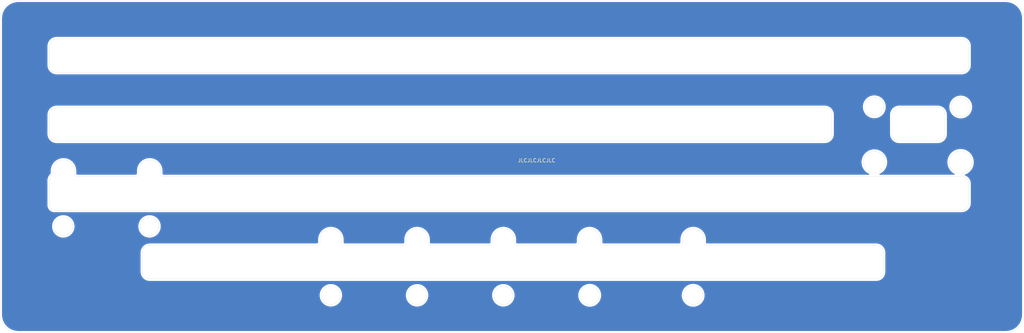
<source format=kicad_pcb>
(kicad_pcb (version 20171130) (host pcbnew "(5.1.4-0-10_14)")

  (general
    (thickness 1.6)
    (drawings 106)
    (tracks 0)
    (zones 0)
    (modules 0)
    (nets 1)
  )

  (page A4)
  (layers
    (0 F.Cu signal)
    (31 B.Cu signal)
    (32 B.Adhes user)
    (33 F.Adhes user)
    (34 B.Paste user)
    (35 F.Paste user)
    (36 B.SilkS user)
    (37 F.SilkS user)
    (38 B.Mask user)
    (39 F.Mask user)
    (40 Dwgs.User user)
    (41 Cmts.User user)
    (42 Eco1.User user)
    (43 Eco2.User user)
    (44 Edge.Cuts user)
    (45 Margin user)
    (46 B.CrtYd user)
    (47 F.CrtYd user)
    (48 B.Fab user)
    (49 F.Fab user)
  )

  (setup
    (last_trace_width 0.254)
    (trace_clearance 0.2)
    (zone_clearance 0.508)
    (zone_45_only no)
    (trace_min 0.2)
    (via_size 0.8)
    (via_drill 0.4)
    (via_min_size 0.4)
    (via_min_drill 0.3)
    (uvia_size 0.3)
    (uvia_drill 0.1)
    (uvias_allowed no)
    (uvia_min_size 0.2)
    (uvia_min_drill 0.1)
    (edge_width 0.05)
    (segment_width 0.2)
    (pcb_text_width 0.3)
    (pcb_text_size 1.5 1.5)
    (mod_edge_width 0.12)
    (mod_text_size 1 1)
    (mod_text_width 0.15)
    (pad_size 1.524 1.524)
    (pad_drill 0.762)
    (pad_to_mask_clearance 0.051)
    (solder_mask_min_width 0.25)
    (aux_axis_origin 12 12)
    (grid_origin 12 12)
    (visible_elements FFFFFF7F)
    (pcbplotparams
      (layerselection 0x010fc_ffffffff)
      (usegerberextensions true)
      (usegerberattributes false)
      (usegerberadvancedattributes false)
      (creategerberjobfile false)
      (excludeedgelayer true)
      (linewidth 0.100000)
      (plotframeref false)
      (viasonmask false)
      (mode 1)
      (useauxorigin false)
      (hpglpennumber 1)
      (hpglpenspeed 20)
      (hpglpendiameter 15.000000)
      (psnegative false)
      (psa4output false)
      (plotreference true)
      (plotvalue true)
      (plotinvisibletext false)
      (padsonsilk false)
      (subtractmaskfromsilk true)
      (outputformat 1)
      (mirror false)
      (drillshape 0)
      (scaleselection 1)
      (outputdirectory "gerbers-bp/"))
  )

  (net 0 "")

  (net_class Default "これはデフォルトのネット クラスです。"
    (clearance 0.2)
    (trace_width 0.254)
    (via_dia 0.8)
    (via_drill 0.4)
    (uvia_dia 0.3)
    (uvia_drill 0.1)
  )

  (net_class 3v ""
    (clearance 0.2)
    (trace_width 0.3048)
    (via_dia 0.8)
    (via_drill 0.4)
    (uvia_dia 0.3)
    (uvia_drill 0.1)
  )

  (net_class Power ""
    (clearance 0.2)
    (trace_width 0.381)
    (via_dia 0.8)
    (via_drill 0.4)
    (uvia_dia 0.3)
    (uvia_drill 0.1)
  )

  (gr_text JLCJLCJLCJLC (at 160.082 56.323) (layer F.SilkS)
    (effects (font (size 1 1) (thickness 0.15)))
  )
  (gr_line (start 239.6 41.7) (end 27.6 41.7) (layer Edge.Cuts) (width 0.05))
  (gr_line (start 241.6 43.7) (end 241.6 49) (layer Edge.Cuts) (width 0.05) (tstamp 5EBF99F8))
  (gr_arc (start 239.6 49) (end 239.6 51) (angle -90) (layer Edge.Cuts) (width 0.05) (tstamp 5EBF99F7))
  (gr_arc (start 239.6 43.7) (end 241.6 43.7) (angle -90) (layer Edge.Cuts) (width 0.05) (tstamp 5EBF99F6))
  (gr_circle (center 253.287765 41.5) (end 255.898086 41.7) (layer Edge.Cuts) (width 0.05) (tstamp 5EBF99EB))
  (gr_line (start 258.15 49) (end 258.15 43.7) (layer Edge.Cuts) (width 0.05) (tstamp 5EBF99E2))
  (gr_arc (start 260.15 49) (end 258.15 49) (angle -90) (layer Edge.Cuts) (width 0.05) (tstamp 5EBF99E1))
  (gr_arc (start 260.15 43.7) (end 260.15 41.7) (angle -90) (layer Edge.Cuts) (width 0.05) (tstamp 5EBF99E0))
  (gr_circle (center 277.137765 41.55) (end 279.748086 41.65) (layer Edge.Cuts) (width 0.05) (tstamp 5EBF9356))
  (gr_arc (start 270.8 43.7) (end 272.8 43.7) (angle -90) (layer Edge.Cuts) (width 0.05) (tstamp 5EBF9349))
  (gr_arc (start 270.8 49) (end 270.8 51) (angle -90) (layer Edge.Cuts) (width 0.05) (tstamp 5EBF9348))
  (gr_line (start 272.8 43.7) (end 272.8 49) (layer Edge.Cuts) (width 0.05) (tstamp 5EBF9347))
  (gr_line (start 260.15 51) (end 270.8 51) (layer Edge.Cuts) (width 0.05) (tstamp 5EBF8977))
  (gr_line (start 279.4 24.7) (end 279.4 30) (layer Edge.Cuts) (width 0.05) (tstamp 5EBF82A6))
  (gr_arc (start 277.4 30) (end 277.4 32) (angle -90) (layer Edge.Cuts) (width 0.05) (tstamp 5EBF82A5))
  (gr_arc (start 277.4 24.7) (end 279.4 24.7) (angle -90) (layer Edge.Cuts) (width 0.05) (tstamp 5EBF82A4))
  (gr_arc (start 277.4 62.8) (end 279.4 62.8) (angle -90) (layer Edge.Cuts) (width 0.05) (tstamp 5EBF829A))
  (gr_arc (start 277.4 68.1) (end 277.4 70.1) (angle -90) (layer Edge.Cuts) (width 0.05) (tstamp 5EBF8299))
  (gr_line (start 279.4 62.8) (end 279.4 68.1) (layer Edge.Cuts) (width 0.05) (tstamp 5EBF8298))
  (gr_arc (start 253.8 81.8) (end 255.8 81.8) (angle -90) (layer Edge.Cuts) (width 0.05) (tstamp 5EBF826D))
  (gr_arc (start 253.8 87.1) (end 253.8 89.1) (angle -90) (layer Edge.Cuts) (width 0.05) (tstamp 5EBF826C))
  (gr_line (start 255.8 81.8) (end 255.8 87.1) (layer Edge.Cuts) (width 0.05) (tstamp 5EBF826B))
  (gr_arc (start 27 68.7) (end 25.6 68.7) (angle -90) (layer Edge.Cuts) (width 0.05))
  (gr_line (start 51.3 87.1) (end 51.3 81.8) (layer Edge.Cuts) (width 0.05) (tstamp 5EBF8256))
  (gr_arc (start 53.3 87.1) (end 51.3 87.1) (angle -90) (layer Edge.Cuts) (width 0.05) (tstamp 5EBF8255))
  (gr_arc (start 53.3 81.8) (end 53.3 79.8) (angle -90) (layer Edge.Cuts) (width 0.05) (tstamp 5EBF8254))
  (gr_arc (start 27.6 43.7) (end 27.6 41.7) (angle -90) (layer Edge.Cuts) (width 0.05) (tstamp 5EBF823F))
  (gr_arc (start 27.6 49) (end 25.6 49) (angle -90) (layer Edge.Cuts) (width 0.05) (tstamp 5EBF823E))
  (gr_line (start 25.6 49) (end 25.6 43.7) (layer Edge.Cuts) (width 0.05) (tstamp 5EBF823D))
  (gr_arc (start 27.6 30) (end 25.6 30) (angle -90) (layer Edge.Cuts) (width 0.05))
  (gr_arc (start 27.6 24.7) (end 27.6 22.7) (angle -90) (layer Edge.Cuts) (width 0.05))
  (gr_line (start 207.1 79.8) (end 253.8 79.8) (layer Edge.Cuts) (width 0.05) (tstamp 5EBF7EF1))
  (gr_line (start 178.5 79.8) (end 199.4 79.8) (layer Edge.Cuts) (width 0.05) (tstamp 5EBF7EF0))
  (gr_line (start 154.7 79.8) (end 170.8 79.8) (layer Edge.Cuts) (width 0.05) (tstamp 5EBF7EEF))
  (gr_line (start 130.9 79.8) (end 147 79.8) (layer Edge.Cuts) (width 0.05) (tstamp 5EBF7EEE))
  (gr_line (start 107.1 79.8) (end 123.2 79.8) (layer Edge.Cuts) (width 0.05) (tstamp 5EBF7EED))
  (gr_line (start 53.3 79.8) (end 99.4 79.8) (layer Edge.Cuts) (width 0.05) (tstamp 5EBF7EEC))
  (gr_circle (center 203.287765 93.6) (end 205.898086 93.7) (layer Edge.Cuts) (width 0.05) (tstamp 5EBF7EDA))
  (gr_circle (center 174.737765 93.6) (end 177.348086 93.7) (layer Edge.Cuts) (width 0.05) (tstamp 5EBF7ECC))
  (gr_circle (center 150.889679 93.6) (end 153.442177 93.8) (layer Edge.Cuts) (width 0.05) (tstamp 5EBF7EC5))
  (gr_circle (center 127.089679 93.6) (end 129.642177 93.8) (layer Edge.Cuts) (width 0.05) (tstamp 5EBF7EB8))
  (gr_circle (center 103.297013 93.6) (end 105.849511 93.8) (layer Edge.Cuts) (width 0.05) (tstamp 5EBF7EB3))
  (gr_circle (center 53.245544 74.55) (end 55.798042 74.45) (layer Edge.Cuts) (width 0.05) (tstamp 5EBF7EB1))
  (gr_line (start 260.15 41.7) (end 270.8 41.7) (layer Edge.Cuts) (width 0.05) (tstamp 5EBF7EAD))
  (gr_circle (center 29.447502 74.55) (end 32 74.45) (layer Edge.Cuts) (width 0.05))
  (gr_line (start 25.7 61.3) (end 25.6 61.6) (layer Edge.Cuts) (width 0.05))
  (gr_line (start 25.8 61) (end 25.7 61.3) (layer Edge.Cuts) (width 0.05))
  (gr_line (start 25.9 60.8) (end 25.8 61) (layer Edge.Cuts) (width 0.05))
  (gr_line (start 26.1 60.6) (end 25.9 60.8) (layer Edge.Cuts) (width 0.05))
  (gr_line (start 26.3 60.4) (end 26.1 60.6) (layer Edge.Cuts) (width 0.05))
  (gr_line (start 26.4 60.2) (end 26.3 60.4) (layer Edge.Cuts) (width 0.05))
  (gr_line (start 26.5 59.9) (end 26.4 60.2) (layer Edge.Cuts) (width 0.05))
  (gr_line (start 49.4 60.8) (end 33.3 60.8) (layer Edge.Cuts) (width 0.05) (tstamp 5EBF7E3A))
  (gr_circle (center 253.3 56.8) (end 256.3 56.8) (layer Edge.Cuts) (width 0.05) (tstamp 5EBF7E31))
  (gr_circle (center 277.1 56.8) (end 280.2 56.8) (layer Edge.Cuts) (width 0.05))
  (gr_line (start 50.3 59.9) (end 50.3 59.2) (layer Edge.Cuts) (width 0.05) (tstamp 5EBF7DF6))
  (gr_arc (start 53.3 59.2) (end 56.3 59.2) (angle -180) (layer Edge.Cuts) (width 0.05) (tstamp 5EBF7DF5))
  (gr_line (start 56.3 59.2) (end 56.3 60) (layer Edge.Cuts) (width 0.05) (tstamp 5EBF7DF4))
  (gr_arc (start 49.4 59.9) (end 49.4 60.8) (angle -90) (layer Edge.Cuts) (width 0.05) (tstamp 5EBF7DF3))
  (gr_arc (start 57.1 60) (end 56.3 60) (angle -90) (layer Edge.Cuts) (width 0.05) (tstamp 5EBF7DF2))
  (gr_arc (start 203.3 78.2) (end 206.3 78.2) (angle -180) (layer Edge.Cuts) (width 0.05) (tstamp 5EBF7AAB))
  (gr_arc (start 199.4 78.9) (end 199.4 79.8) (angle -90) (layer Edge.Cuts) (width 0.05) (tstamp 5EBF7AAA))
  (gr_line (start 206.3 78.2) (end 206.3 79) (layer Edge.Cuts) (width 0.05) (tstamp 5EBF7AA9))
  (gr_line (start 200.3 78.9) (end 200.3 78.2) (layer Edge.Cuts) (width 0.05) (tstamp 5EBF7AA8))
  (gr_arc (start 207.1 79) (end 206.3 79) (angle -90) (layer Edge.Cuts) (width 0.05) (tstamp 5EBF7AA7))
  (gr_arc (start 170.8 78.9) (end 170.8 79.8) (angle -90) (layer Edge.Cuts) (width 0.05) (tstamp 5EBF7AA1))
  (gr_line (start 177.7 78.2) (end 177.7 79) (layer Edge.Cuts) (width 0.05) (tstamp 5EBF7AA0))
  (gr_arc (start 174.7 78.2) (end 177.7 78.2) (angle -180) (layer Edge.Cuts) (width 0.05) (tstamp 5EBF7A9F))
  (gr_arc (start 178.5 79) (end 177.7 79) (angle -90) (layer Edge.Cuts) (width 0.05) (tstamp 5EBF7A9E))
  (gr_line (start 171.7 78.9) (end 171.7 78.2) (layer Edge.Cuts) (width 0.05) (tstamp 5EBF7A9D))
  (gr_line (start 147.9 78.9) (end 147.9 78.2) (layer Edge.Cuts) (width 0.05) (tstamp 5EBF7A97))
  (gr_arc (start 147 78.9) (end 147 79.8) (angle -90) (layer Edge.Cuts) (width 0.05) (tstamp 5EBF7A96))
  (gr_arc (start 150.9 78.2) (end 153.9 78.2) (angle -180) (layer Edge.Cuts) (width 0.05) (tstamp 5EBF7A95))
  (gr_line (start 153.9 78.2) (end 153.9 79) (layer Edge.Cuts) (width 0.05) (tstamp 5EBF7A94))
  (gr_arc (start 154.7 79) (end 153.9 79) (angle -90) (layer Edge.Cuts) (width 0.05) (tstamp 5EBF7A93))
  (gr_line (start 124.1 78.9) (end 124.1 78.2) (layer Edge.Cuts) (width 0.05) (tstamp 5EBF7A8D))
  (gr_arc (start 127.1 78.2) (end 130.1 78.2) (angle -180) (layer Edge.Cuts) (width 0.05) (tstamp 5EBF7A8C))
  (gr_line (start 130.1 78.2) (end 130.1 79) (layer Edge.Cuts) (width 0.05) (tstamp 5EBF7A8B))
  (gr_arc (start 130.9 79) (end 130.1 79) (angle -90) (layer Edge.Cuts) (width 0.05) (tstamp 5EBF7A8A))
  (gr_arc (start 123.2 78.9) (end 123.2 79.8) (angle -90) (layer Edge.Cuts) (width 0.05) (tstamp 5EBF7A89))
  (gr_line (start 100.3 78.9) (end 100.3 78.2) (layer Edge.Cuts) (width 0.05) (tstamp 5EBF7A83))
  (gr_arc (start 103.3 78.2) (end 106.3 78.2) (angle -180) (layer Edge.Cuts) (width 0.05) (tstamp 5EBF7A82))
  (gr_line (start 106.3 78.2) (end 106.3 79) (layer Edge.Cuts) (width 0.05) (tstamp 5EBF7A81))
  (gr_arc (start 99.4 78.9) (end 99.4 79.8) (angle -90) (layer Edge.Cuts) (width 0.05) (tstamp 5EBF7A80))
  (gr_arc (start 107.1 79) (end 106.3 79) (angle -90) (layer Edge.Cuts) (width 0.05) (tstamp 5EBF7A7F))
  (gr_arc (start 33.3 60) (end 32.5 60) (angle -90) (layer Edge.Cuts) (width 0.05))
  (gr_arc (start 29.5 59.2) (end 32.5 59.2) (angle -180) (layer Edge.Cuts) (width 0.05))
  (gr_line (start 32.5 59.2) (end 32.5 60) (layer Edge.Cuts) (width 0.05))
  (gr_line (start 26.5 59.9) (end 26.5 59.2) (layer Edge.Cuts) (width 0.05))
  (gr_line (start 253.8 89.1) (end 53.3 89.1) (layer Edge.Cuts) (width 0.05))
  (gr_line (start 25.6 68.7) (end 25.6 61.6) (layer Edge.Cuts) (width 0.05) (tstamp 5EBF60C2))
  (gr_line (start 277.4 70.1) (end 27 70.1) (layer Edge.Cuts) (width 0.05))
  (gr_line (start 57.1 60.8) (end 277.4 60.8) (layer Edge.Cuts) (width 0.05))
  (gr_line (start 27.6 51) (end 239.6 51) (layer Edge.Cuts) (width 0.05))
  (gr_line (start 25.6 30) (end 25.6 24.7) (layer Edge.Cuts) (width 0.05) (tstamp 5EBEC505))
  (gr_line (start 277.4 32) (end 27.6 32) (layer Edge.Cuts) (width 0.05))
  (gr_line (start 27.6 22.7) (end 277.4 22.7) (layer Edge.Cuts) (width 0.05))
  (gr_arc (start 289.6 17) (end 294.6 17) (angle -90) (layer Edge.Cuts) (width 0.05))
  (gr_arc (start 289.6 99) (end 289.6 104) (angle -90) (layer Edge.Cuts) (width 0.05))
  (gr_arc (start 17 99) (end 12 99) (angle -90) (layer Edge.Cuts) (width 0.05))
  (gr_arc (start 17 17) (end 17 12.0015) (angle -90) (layer Edge.Cuts) (width 0.05))
  (gr_line (start 17 104) (end 289.6 104) (layer Edge.Cuts) (width 0.05))
  (gr_line (start 294.6 99) (end 294.6 17) (layer Edge.Cuts) (width 0.05))
  (gr_line (start 12 17) (end 12 99) (layer Edge.Cuts) (width 0.05))
  (gr_line (start 17 12.0015) (end 289.6 12) (layer Edge.Cuts) (width 0.05))

  (zone (net 0) (net_name "") (layer B.Cu) (tstamp 5EBFE223) (hatch edge 0.508)
    (connect_pads (clearance 0.508))
    (min_thickness 0.254)
    (fill yes (arc_segments 32) (thermal_gap 0.508) (thermal_bridge_width 0.508))
    (polygon
      (pts
        (xy 12 12) (xy 12 104) (xy 294.6 104) (xy 294.6 12)
      )
    )
    (filled_polygon
      (pts
        (xy 290.368083 12.731173) (xy 291.111891 12.934656) (xy 291.807905 13.266638) (xy 292.43413 13.716626) (xy 292.970777 14.270403)
        (xy 293.400871 14.910451) (xy 293.710829 15.616553) (xy 293.892065 16.371457) (xy 293.940001 17.02422) (xy 293.94 98.970608)
        (xy 293.868827 99.768083) (xy 293.665344 100.51189) (xy 293.333363 101.207904) (xy 292.883374 101.83413) (xy 292.329597 102.370777)
        (xy 291.689549 102.800871) (xy 290.983447 103.110829) (xy 290.228543 103.292065) (xy 289.575793 103.34) (xy 17.029392 103.34)
        (xy 16.231917 103.268827) (xy 15.48811 103.065344) (xy 14.792096 102.733363) (xy 14.16587 102.283374) (xy 13.629223 101.729597)
        (xy 13.199129 101.089549) (xy 12.889171 100.383447) (xy 12.707935 99.628543) (xy 12.66 98.975793) (xy 12.66 93.282393)
        (xy 100.072295 93.282393) (xy 100.072295 93.917607) (xy 100.196219 94.540616) (xy 100.439305 95.127477) (xy 100.792211 95.655638)
        (xy 101.241375 96.104802) (xy 101.769536 96.457708) (xy 102.356397 96.700794) (xy 102.979406 96.824718) (xy 103.61462 96.824718)
        (xy 104.237629 96.700794) (xy 104.82449 96.457708) (xy 105.352651 96.104802) (xy 105.801815 95.655638) (xy 106.154721 95.127477)
        (xy 106.397807 94.540616) (xy 106.521731 93.917607) (xy 106.521731 93.282393) (xy 123.864961 93.282393) (xy 123.864961 93.917607)
        (xy 123.988885 94.540616) (xy 124.231971 95.127477) (xy 124.584877 95.655638) (xy 125.034041 96.104802) (xy 125.562202 96.457708)
        (xy 126.149063 96.700794) (xy 126.772072 96.824718) (xy 127.407286 96.824718) (xy 128.030295 96.700794) (xy 128.617156 96.457708)
        (xy 129.145317 96.104802) (xy 129.594481 95.655638) (xy 129.947387 95.127477) (xy 130.190473 94.540616) (xy 130.314397 93.917607)
        (xy 130.314397 93.282393) (xy 147.664961 93.282393) (xy 147.664961 93.917607) (xy 147.788885 94.540616) (xy 148.031971 95.127477)
        (xy 148.384877 95.655638) (xy 148.834041 96.104802) (xy 149.362202 96.457708) (xy 149.949063 96.700794) (xy 150.572072 96.824718)
        (xy 151.207286 96.824718) (xy 151.830295 96.700794) (xy 152.417156 96.457708) (xy 152.945317 96.104802) (xy 153.394481 95.655638)
        (xy 153.747387 95.127477) (xy 153.990473 94.540616) (xy 154.114397 93.917607) (xy 154.114397 93.282393) (xy 154.113385 93.277304)
        (xy 171.461382 93.277304) (xy 171.461382 93.922696) (xy 171.587292 94.555686) (xy 171.834272 95.151949) (xy 172.192832 95.688572)
        (xy 172.649193 96.144933) (xy 173.185816 96.503493) (xy 173.782079 96.750473) (xy 174.415069 96.876383) (xy 175.060461 96.876383)
        (xy 175.693451 96.750473) (xy 176.289714 96.503493) (xy 176.826337 96.144933) (xy 177.282698 95.688572) (xy 177.641258 95.151949)
        (xy 177.888238 94.555686) (xy 178.014148 93.922696) (xy 178.014148 93.277304) (xy 200.011382 93.277304) (xy 200.011382 93.922696)
        (xy 200.137292 94.555686) (xy 200.384272 95.151949) (xy 200.742832 95.688572) (xy 201.199193 96.144933) (xy 201.735816 96.503493)
        (xy 202.332079 96.750473) (xy 202.965069 96.876383) (xy 203.610461 96.876383) (xy 204.243451 96.750473) (xy 204.839714 96.503493)
        (xy 205.376337 96.144933) (xy 205.832698 95.688572) (xy 206.191258 95.151949) (xy 206.438238 94.555686) (xy 206.564148 93.922696)
        (xy 206.564148 93.277304) (xy 206.438238 92.644314) (xy 206.191258 92.048051) (xy 205.832698 91.511428) (xy 205.376337 91.055067)
        (xy 204.839714 90.696507) (xy 204.243451 90.449527) (xy 203.610461 90.323617) (xy 202.965069 90.323617) (xy 202.332079 90.449527)
        (xy 201.735816 90.696507) (xy 201.199193 91.055067) (xy 200.742832 91.511428) (xy 200.384272 92.048051) (xy 200.137292 92.644314)
        (xy 200.011382 93.277304) (xy 178.014148 93.277304) (xy 177.888238 92.644314) (xy 177.641258 92.048051) (xy 177.282698 91.511428)
        (xy 176.826337 91.055067) (xy 176.289714 90.696507) (xy 175.693451 90.449527) (xy 175.060461 90.323617) (xy 174.415069 90.323617)
        (xy 173.782079 90.449527) (xy 173.185816 90.696507) (xy 172.649193 91.055067) (xy 172.192832 91.511428) (xy 171.834272 92.048051)
        (xy 171.587292 92.644314) (xy 171.461382 93.277304) (xy 154.113385 93.277304) (xy 153.990473 92.659384) (xy 153.747387 92.072523)
        (xy 153.394481 91.544362) (xy 152.945317 91.095198) (xy 152.417156 90.742292) (xy 151.830295 90.499206) (xy 151.207286 90.375282)
        (xy 150.572072 90.375282) (xy 149.949063 90.499206) (xy 149.362202 90.742292) (xy 148.834041 91.095198) (xy 148.384877 91.544362)
        (xy 148.031971 92.072523) (xy 147.788885 92.659384) (xy 147.664961 93.282393) (xy 130.314397 93.282393) (xy 130.190473 92.659384)
        (xy 129.947387 92.072523) (xy 129.594481 91.544362) (xy 129.145317 91.095198) (xy 128.617156 90.742292) (xy 128.030295 90.499206)
        (xy 127.407286 90.375282) (xy 126.772072 90.375282) (xy 126.149063 90.499206) (xy 125.562202 90.742292) (xy 125.034041 91.095198)
        (xy 124.584877 91.544362) (xy 124.231971 92.072523) (xy 123.988885 92.659384) (xy 123.864961 93.282393) (xy 106.521731 93.282393)
        (xy 106.397807 92.659384) (xy 106.154721 92.072523) (xy 105.801815 91.544362) (xy 105.352651 91.095198) (xy 104.82449 90.742292)
        (xy 104.237629 90.499206) (xy 103.61462 90.375282) (xy 102.979406 90.375282) (xy 102.356397 90.499206) (xy 101.769536 90.742292)
        (xy 101.241375 91.095198) (xy 100.792211 91.544362) (xy 100.439305 92.072523) (xy 100.196219 92.659384) (xy 100.072295 93.282393)
        (xy 12.66 93.282393) (xy 12.66 87.132418) (xy 50.64 87.132418) (xy 50.642852 87.161372) (xy 50.642765 87.173781)
        (xy 50.643665 87.182952) (xy 50.684466 87.571145) (xy 50.696487 87.629708) (xy 50.707702 87.688501) (xy 50.710366 87.697323)
        (xy 50.82579 88.070198) (xy 50.848975 88.125353) (xy 50.871379 88.180806) (xy 50.875706 88.188943) (xy 51.061357 88.532298)
        (xy 51.09478 88.581849) (xy 51.127562 88.631946) (xy 51.133387 88.639087) (xy 51.382194 88.939841) (xy 51.424629 88.981981)
        (xy 51.466492 89.02473) (xy 51.473592 89.030604) (xy 51.776077 89.277305) (xy 51.825904 89.310409) (xy 51.875259 89.344204)
        (xy 51.883365 89.348587) (xy 52.228007 89.531837) (xy 52.283311 89.554631) (xy 52.338295 89.578198) (xy 52.347098 89.580923)
        (xy 52.72077 89.693741) (xy 52.779458 89.705361) (xy 52.837961 89.717797) (xy 52.847126 89.71876) (xy 53.235595 89.75685)
        (xy 53.235598 89.75685) (xy 53.267581 89.76) (xy 253.832419 89.76) (xy 253.861373 89.757148) (xy 253.873781 89.757235)
        (xy 253.882952 89.756335) (xy 254.271145 89.715534) (xy 254.329708 89.703513) (xy 254.388501 89.692298) (xy 254.397323 89.689634)
        (xy 254.770198 89.57421) (xy 254.825353 89.551025) (xy 254.880806 89.528621) (xy 254.888943 89.524294) (xy 255.232298 89.338643)
        (xy 255.281849 89.30522) (xy 255.331946 89.272438) (xy 255.339087 89.266613) (xy 255.639841 89.017806) (xy 255.681981 88.975371)
        (xy 255.72473 88.933508) (xy 255.730604 88.926408) (xy 255.977305 88.623923) (xy 256.010409 88.574096) (xy 256.044204 88.524741)
        (xy 256.048587 88.516635) (xy 256.231837 88.171993) (xy 256.254631 88.116689) (xy 256.278198 88.061705) (xy 256.280923 88.052902)
        (xy 256.393741 87.67923) (xy 256.405361 87.620542) (xy 256.417797 87.562039) (xy 256.41876 87.552874) (xy 256.45685 87.164405)
        (xy 256.45685 87.164402) (xy 256.46 87.132419) (xy 256.46 81.767581) (xy 256.457148 81.738627) (xy 256.457235 81.726219)
        (xy 256.456335 81.717047) (xy 256.415534 81.328855) (xy 256.403514 81.270299) (xy 256.392298 81.211498) (xy 256.389634 81.202677)
        (xy 256.27421 80.829802) (xy 256.251025 80.774647) (xy 256.228621 80.719194) (xy 256.224294 80.711058) (xy 256.224294 80.711057)
        (xy 256.224291 80.711053) (xy 256.038643 80.367702) (xy 256.005187 80.318101) (xy 255.972437 80.268054) (xy 255.966613 80.260913)
        (xy 255.717806 79.960158) (xy 255.675371 79.918019) (xy 255.633508 79.875269) (xy 255.626407 79.869396) (xy 255.323923 79.622695)
        (xy 255.274105 79.589596) (xy 255.224741 79.555795) (xy 255.216635 79.551413) (xy 254.871993 79.368163) (xy 254.816687 79.345368)
        (xy 254.761704 79.321802) (xy 254.752901 79.319077) (xy 254.37923 79.206259) (xy 254.320542 79.194639) (xy 254.262039 79.182203)
        (xy 254.252874 79.18124) (xy 253.864405 79.14315) (xy 253.864402 79.14315) (xy 253.832419 79.14) (xy 207.132279 79.14)
        (xy 207.073422 79.134229) (xy 207.047857 79.126511) (xy 207.024276 79.113972) (xy 207.00358 79.097093) (xy 206.986558 79.076516)
        (xy 206.973856 79.053026) (xy 206.96596 79.027516) (xy 206.96 78.970815) (xy 206.96 78.167581) (xy 206.959774 78.165287)
        (xy 206.959692 78.153512) (xy 206.956558 78.123691) (xy 206.956558 78.093708) (xy 206.955595 78.084543) (xy 206.89033 77.502695)
        (xy 206.877894 77.444192) (xy 206.866274 77.385504) (xy 206.863549 77.376701) (xy 206.686512 76.81861) (xy 206.662935 76.763602)
        (xy 206.640151 76.708322) (xy 206.635768 76.700216) (xy 206.353702 76.187141) (xy 206.319914 76.137795) (xy 206.286804 76.08796)
        (xy 206.28093 76.080859) (xy 205.90458 75.632342) (xy 205.86183 75.590479) (xy 205.81969 75.548043) (xy 205.812549 75.542219)
        (xy 205.356249 75.175344) (xy 205.306204 75.142596) (xy 205.256603 75.109139) (xy 205.248466 75.104813) (xy 204.729596 74.833554)
        (xy 204.674164 74.811158) (xy 204.618988 74.787964) (xy 204.610166 74.785301) (xy 204.048489 74.619991) (xy 203.98977 74.60879)
        (xy 203.931133 74.596753) (xy 203.921962 74.595854) (xy 203.338873 74.542789) (xy 203.279056 74.543207) (xy 203.219238 74.542789)
        (xy 203.210067 74.543689) (xy 202.627777 74.60489) (xy 202.569191 74.616916) (xy 202.51042 74.628127) (xy 202.501598 74.63079)
        (xy 201.942285 74.803928) (xy 201.887167 74.827098) (xy 201.831678 74.849516) (xy 201.823542 74.853843) (xy 201.30851 75.132319)
        (xy 201.258936 75.165757) (xy 201.208862 75.198524) (xy 201.201721 75.204348) (xy 200.750588 75.577558) (xy 200.708431 75.62001)
        (xy 200.665699 75.661856) (xy 200.659825 75.668957) (xy 200.289773 76.122685) (xy 200.256679 76.172496) (xy 200.222873 76.221868)
        (xy 200.21849 76.229974) (xy 199.943616 76.746938) (xy 199.920812 76.802265) (xy 199.897256 76.857225) (xy 199.894531 76.866029)
        (xy 199.725304 77.426536) (xy 199.713682 77.485231) (xy 199.701248 77.543727) (xy 199.700285 77.552892) (xy 199.64315 78.135595)
        (xy 199.64 78.167581) (xy 199.64 78.867724) (xy 199.632325 78.945999) (xy 199.618965 78.99025) (xy 199.597263 79.031064)
        (xy 199.568052 79.066881) (xy 199.532436 79.096346) (xy 199.491781 79.118328) (xy 199.447622 79.131997) (xy 199.371481 79.14)
        (xy 178.532279 79.14) (xy 178.473422 79.134229) (xy 178.447857 79.126511) (xy 178.424276 79.113972) (xy 178.40358 79.097093)
        (xy 178.386558 79.076516) (xy 178.373856 79.053026) (xy 178.36596 79.027516) (xy 178.36 78.970815) (xy 178.36 78.167581)
        (xy 178.359774 78.165287) (xy 178.359692 78.153512) (xy 178.356558 78.123691) (xy 178.356558 78.093708) (xy 178.355595 78.084543)
        (xy 178.29033 77.502695) (xy 178.277894 77.444192) (xy 178.266274 77.385504) (xy 178.263549 77.376701) (xy 178.086512 76.81861)
        (xy 178.062935 76.763602) (xy 178.040151 76.708322) (xy 178.035768 76.700216) (xy 177.753702 76.187141) (xy 177.719914 76.137795)
        (xy 177.686804 76.08796) (xy 177.68093 76.080859) (xy 177.30458 75.632342) (xy 177.26183 75.590479) (xy 177.21969 75.548043)
        (xy 177.212549 75.542219) (xy 176.756249 75.175344) (xy 176.706204 75.142596) (xy 176.656603 75.109139) (xy 176.648466 75.104813)
        (xy 176.129596 74.833554) (xy 176.074164 74.811158) (xy 176.018988 74.787964) (xy 176.010166 74.785301) (xy 175.448489 74.619991)
        (xy 175.38977 74.60879) (xy 175.331133 74.596753) (xy 175.321962 74.595854) (xy 174.738873 74.542789) (xy 174.679056 74.543207)
        (xy 174.619238 74.542789) (xy 174.610067 74.543689) (xy 174.027777 74.60489) (xy 173.969191 74.616916) (xy 173.91042 74.628127)
        (xy 173.901598 74.63079) (xy 173.342285 74.803928) (xy 173.287167 74.827098) (xy 173.231678 74.849516) (xy 173.223542 74.853843)
        (xy 172.70851 75.132319) (xy 172.658936 75.165757) (xy 172.608862 75.198524) (xy 172.601721 75.204348) (xy 172.150588 75.577558)
        (xy 172.108431 75.62001) (xy 172.065699 75.661856) (xy 172.059825 75.668957) (xy 171.689773 76.122685) (xy 171.656679 76.172496)
        (xy 171.622873 76.221868) (xy 171.61849 76.229974) (xy 171.343616 76.746938) (xy 171.320812 76.802265) (xy 171.297256 76.857225)
        (xy 171.294531 76.866029) (xy 171.125304 77.426536) (xy 171.113682 77.485231) (xy 171.101248 77.543727) (xy 171.100285 77.552892)
        (xy 171.04315 78.135595) (xy 171.04 78.167581) (xy 171.04 78.867724) (xy 171.032325 78.945999) (xy 171.018965 78.99025)
        (xy 170.997263 79.031064) (xy 170.968052 79.066881) (xy 170.932436 79.096346) (xy 170.891781 79.118328) (xy 170.847622 79.131997)
        (xy 170.771481 79.14) (xy 154.732279 79.14) (xy 154.673422 79.134229) (xy 154.647857 79.126511) (xy 154.624276 79.113972)
        (xy 154.60358 79.097093) (xy 154.586558 79.076516) (xy 154.573856 79.053026) (xy 154.56596 79.027516) (xy 154.56 78.970815)
        (xy 154.56 78.167581) (xy 154.559774 78.165287) (xy 154.559692 78.153512) (xy 154.556558 78.123691) (xy 154.556558 78.093708)
        (xy 154.555595 78.084543) (xy 154.49033 77.502695) (xy 154.477894 77.444192) (xy 154.466274 77.385504) (xy 154.463549 77.376701)
        (xy 154.286512 76.81861) (xy 154.262935 76.763602) (xy 154.240151 76.708322) (xy 154.235768 76.700216) (xy 153.953702 76.187141)
        (xy 153.919914 76.137795) (xy 153.886804 76.08796) (xy 153.88093 76.080859) (xy 153.50458 75.632342) (xy 153.46183 75.590479)
        (xy 153.41969 75.548043) (xy 153.412549 75.542219) (xy 152.956249 75.175344) (xy 152.906204 75.142596) (xy 152.856603 75.109139)
        (xy 152.848466 75.104813) (xy 152.329596 74.833554) (xy 152.274164 74.811158) (xy 152.218988 74.787964) (xy 152.210166 74.785301)
        (xy 151.648489 74.619991) (xy 151.58977 74.60879) (xy 151.531133 74.596753) (xy 151.521962 74.595854) (xy 150.938873 74.542789)
        (xy 150.879056 74.543207) (xy 150.819238 74.542789) (xy 150.810067 74.543689) (xy 150.227777 74.60489) (xy 150.169191 74.616916)
        (xy 150.11042 74.628127) (xy 150.101598 74.63079) (xy 149.542285 74.803928) (xy 149.487167 74.827098) (xy 149.431678 74.849516)
        (xy 149.423542 74.853843) (xy 148.90851 75.132319) (xy 148.858936 75.165757) (xy 148.808862 75.198524) (xy 148.801721 75.204348)
        (xy 148.350588 75.577558) (xy 148.308431 75.62001) (xy 148.265699 75.661856) (xy 148.259825 75.668957) (xy 147.889773 76.122685)
        (xy 147.856679 76.172496) (xy 147.822873 76.221868) (xy 147.81849 76.229974) (xy 147.543616 76.746938) (xy 147.520812 76.802265)
        (xy 147.497256 76.857225) (xy 147.494531 76.866029) (xy 147.325304 77.426536) (xy 147.313682 77.485231) (xy 147.301248 77.543727)
        (xy 147.300285 77.552892) (xy 147.24315 78.135595) (xy 147.24 78.167581) (xy 147.24 78.867724) (xy 147.232325 78.945999)
        (xy 147.218965 78.99025) (xy 147.197263 79.031064) (xy 147.168052 79.066881) (xy 147.132436 79.096346) (xy 147.091781 79.118328)
        (xy 147.047622 79.131997) (xy 146.971481 79.14) (xy 130.932279 79.14) (xy 130.873422 79.134229) (xy 130.847857 79.126511)
        (xy 130.824276 79.113972) (xy 130.80358 79.097093) (xy 130.786558 79.076516) (xy 130.773856 79.053026) (xy 130.76596 79.027516)
        (xy 130.76 78.970815) (xy 130.76 78.167581) (xy 130.759774 78.165287) (xy 130.759692 78.153512) (xy 130.756558 78.123691)
        (xy 130.756558 78.093708) (xy 130.755595 78.084543) (xy 130.69033 77.502695) (xy 130.677894 77.444192) (xy 130.666274 77.385504)
        (xy 130.663549 77.376701) (xy 130.486512 76.81861) (xy 130.462935 76.763602) (xy 130.440151 76.708322) (xy 130.435768 76.700216)
        (xy 130.153702 76.187141) (xy 130.119914 76.137795) (xy 130.086804 76.08796) (xy 130.08093 76.080859) (xy 129.70458 75.632342)
        (xy 129.66183 75.590479) (xy 129.61969 75.548043) (xy 129.612549 75.542219) (xy 129.156249 75.175344) (xy 129.106204 75.142596)
        (xy 129.056603 75.109139) (xy 129.048466 75.104813) (xy 128.529596 74.833554) (xy 128.474164 74.811158) (xy 128.418988 74.787964)
        (xy 128.410166 74.785301) (xy 127.848489 74.619991) (xy 127.78977 74.60879) (xy 127.731133 74.596753) (xy 127.721962 74.595854)
        (xy 127.138873 74.542789) (xy 127.079056 74.543207) (xy 127.019238 74.542789) (xy 127.010067 74.543689) (xy 126.427777 74.60489)
        (xy 126.369191 74.616916) (xy 126.31042 74.628127) (xy 126.301598 74.63079) (xy 125.742285 74.803928) (xy 125.687167 74.827098)
        (xy 125.631678 74.849516) (xy 125.623542 74.853843) (xy 125.10851 75.132319) (xy 125.058936 75.165757) (xy 125.008862 75.198524)
        (xy 125.001721 75.204348) (xy 124.550588 75.577558) (xy 124.508431 75.62001) (xy 124.465699 75.661856) (xy 124.459825 75.668957)
        (xy 124.089773 76.122685) (xy 124.056679 76.172496) (xy 124.022873 76.221868) (xy 124.01849 76.229974) (xy 123.743616 76.746938)
        (xy 123.720812 76.802265) (xy 123.697256 76.857225) (xy 123.694531 76.866029) (xy 123.525304 77.426536) (xy 123.513682 77.485231)
        (xy 123.501248 77.543727) (xy 123.500285 77.552892) (xy 123.44315 78.135595) (xy 123.44 78.167581) (xy 123.44 78.867724)
        (xy 123.432325 78.945999) (xy 123.418965 78.99025) (xy 123.397263 79.031064) (xy 123.368052 79.066881) (xy 123.332436 79.096346)
        (xy 123.291781 79.118328) (xy 123.247622 79.131997) (xy 123.171481 79.14) (xy 107.132279 79.14) (xy 107.073422 79.134229)
        (xy 107.047857 79.126511) (xy 107.024276 79.113972) (xy 107.00358 79.097093) (xy 106.986558 79.076516) (xy 106.973856 79.053026)
        (xy 106.96596 79.027516) (xy 106.96 78.970815) (xy 106.96 78.167581) (xy 106.959774 78.165287) (xy 106.959692 78.153512)
        (xy 106.956558 78.123691) (xy 106.956558 78.093708) (xy 106.955595 78.084543) (xy 106.89033 77.502695) (xy 106.877894 77.444192)
        (xy 106.866274 77.385504) (xy 106.863549 77.376701) (xy 106.686512 76.81861) (xy 106.662935 76.763602) (xy 106.640151 76.708322)
        (xy 106.635768 76.700216) (xy 106.353702 76.187141) (xy 106.319914 76.137795) (xy 106.286804 76.08796) (xy 106.28093 76.080859)
        (xy 105.90458 75.632342) (xy 105.86183 75.590479) (xy 105.81969 75.548043) (xy 105.812549 75.542219) (xy 105.356249 75.175344)
        (xy 105.306204 75.142596) (xy 105.256603 75.109139) (xy 105.248466 75.104813) (xy 104.729596 74.833554) (xy 104.674164 74.811158)
        (xy 104.618988 74.787964) (xy 104.610166 74.785301) (xy 104.048489 74.619991) (xy 103.98977 74.60879) (xy 103.931133 74.596753)
        (xy 103.921962 74.595854) (xy 103.338873 74.542789) (xy 103.279056 74.543207) (xy 103.219238 74.542789) (xy 103.210067 74.543689)
        (xy 102.627777 74.60489) (xy 102.569191 74.616916) (xy 102.51042 74.628127) (xy 102.501598 74.63079) (xy 101.942285 74.803928)
        (xy 101.887167 74.827098) (xy 101.831678 74.849516) (xy 101.823542 74.853843) (xy 101.30851 75.132319) (xy 101.258936 75.165757)
        (xy 101.208862 75.198524) (xy 101.201721 75.204348) (xy 100.750588 75.577558) (xy 100.708431 75.62001) (xy 100.665699 75.661856)
        (xy 100.659825 75.668957) (xy 100.289773 76.122685) (xy 100.256679 76.172496) (xy 100.222873 76.221868) (xy 100.21849 76.229974)
        (xy 99.943616 76.746938) (xy 99.920812 76.802265) (xy 99.897256 76.857225) (xy 99.894531 76.866029) (xy 99.725304 77.426536)
        (xy 99.713682 77.485231) (xy 99.701248 77.543727) (xy 99.700285 77.552892) (xy 99.64315 78.135595) (xy 99.64 78.167581)
        (xy 99.64 78.867724) (xy 99.632325 78.945999) (xy 99.618965 78.99025) (xy 99.597263 79.031064) (xy 99.568052 79.066881)
        (xy 99.532436 79.096346) (xy 99.491781 79.118328) (xy 99.447622 79.131997) (xy 99.371481 79.14) (xy 53.267581 79.14)
        (xy 53.238627 79.142852) (xy 53.226219 79.142765) (xy 53.217047 79.143665) (xy 52.828855 79.184466) (xy 52.770299 79.196486)
        (xy 52.711498 79.207702) (xy 52.702677 79.210366) (xy 52.329802 79.32579) (xy 52.274647 79.348975) (xy 52.219194 79.371379)
        (xy 52.211062 79.375704) (xy 52.211057 79.375706) (xy 52.211053 79.375709) (xy 51.867702 79.561357) (xy 51.818101 79.594813)
        (xy 51.768054 79.627563) (xy 51.760913 79.633387) (xy 51.460158 79.882194) (xy 51.418019 79.924629) (xy 51.375269 79.966492)
        (xy 51.369396 79.973593) (xy 51.122695 80.276077) (xy 51.089598 80.325893) (xy 51.055795 80.375259) (xy 51.051413 80.383365)
        (xy 50.868163 80.728007) (xy 50.845368 80.783313) (xy 50.821802 80.838296) (xy 50.819077 80.847099) (xy 50.706259 81.22077)
        (xy 50.694639 81.279458) (xy 50.682203 81.337961) (xy 50.68124 81.347126) (xy 50.64315 81.735595) (xy 50.64315 81.735608)
        (xy 50.640001 81.767581) (xy 50.64 87.132418) (xy 12.66 87.132418) (xy 12.66 74.232968) (xy 26.228621 74.232968)
        (xy 26.228621 74.867032) (xy 26.352321 75.488913) (xy 26.594966 76.074712) (xy 26.947234 76.601917) (xy 27.395585 77.050268)
        (xy 27.92279 77.402536) (xy 28.508589 77.645181) (xy 29.13047 77.768881) (xy 29.764534 77.768881) (xy 30.386415 77.645181)
        (xy 30.972214 77.402536) (xy 31.499419 77.050268) (xy 31.94777 76.601917) (xy 32.300038 76.074712) (xy 32.542683 75.488913)
        (xy 32.666383 74.867032) (xy 32.666383 74.232968) (xy 50.026663 74.232968) (xy 50.026663 74.867032) (xy 50.150363 75.488913)
        (xy 50.393008 76.074712) (xy 50.745276 76.601917) (xy 51.193627 77.050268) (xy 51.720832 77.402536) (xy 52.306631 77.645181)
        (xy 52.928512 77.768881) (xy 53.562576 77.768881) (xy 54.184457 77.645181) (xy 54.770256 77.402536) (xy 55.297461 77.050268)
        (xy 55.745812 76.601917) (xy 56.09808 76.074712) (xy 56.340725 75.488913) (xy 56.464425 74.867032) (xy 56.464425 74.232968)
        (xy 56.340725 73.611087) (xy 56.09808 73.025288) (xy 55.745812 72.498083) (xy 55.297461 72.049732) (xy 54.770256 71.697464)
        (xy 54.184457 71.454819) (xy 53.562576 71.331119) (xy 52.928512 71.331119) (xy 52.306631 71.454819) (xy 51.720832 71.697464)
        (xy 51.193627 72.049732) (xy 50.745276 72.498083) (xy 50.393008 73.025288) (xy 50.150363 73.611087) (xy 50.026663 74.232968)
        (xy 32.666383 74.232968) (xy 32.542683 73.611087) (xy 32.300038 73.025288) (xy 31.94777 72.498083) (xy 31.499419 72.049732)
        (xy 30.972214 71.697464) (xy 30.386415 71.454819) (xy 29.764534 71.331119) (xy 29.13047 71.331119) (xy 28.508589 71.454819)
        (xy 27.92279 71.697464) (xy 27.395585 72.049732) (xy 26.947234 72.498083) (xy 26.594966 73.025288) (xy 26.352321 73.611087)
        (xy 26.228621 74.232968) (xy 12.66 74.232968) (xy 12.66 61.647013) (xy 24.938476 61.647013) (xy 24.940001 61.655944)
        (xy 24.94 68.732418) (xy 24.94281 68.760953) (xy 24.94275 68.769593) (xy 24.94365 68.778764) (xy 24.972211 69.050499)
        (xy 24.984235 69.109075) (xy 24.995447 69.167854) (xy 24.998111 69.176676) (xy 25.078908 69.437689) (xy 25.102099 69.492857)
        (xy 25.124497 69.548296) (xy 25.128823 69.556433) (xy 25.258778 69.796781) (xy 25.292231 69.846377) (xy 25.324984 69.896429)
        (xy 25.330809 69.90357) (xy 25.504973 70.114099) (xy 25.547409 70.156239) (xy 25.589272 70.198989) (xy 25.596373 70.204862)
        (xy 25.808113 70.377554) (xy 25.857955 70.410669) (xy 25.907295 70.444453) (xy 25.915401 70.448836) (xy 26.15665 70.57711)
        (xy 26.211965 70.599909) (xy 26.266937 70.62347) (xy 26.27574 70.626195) (xy 26.537311 70.705168) (xy 26.595999 70.716788)
        (xy 26.654502 70.729224) (xy 26.663667 70.730187) (xy 26.935595 70.75685) (xy 26.935598 70.75685) (xy 26.967581 70.76)
        (xy 277.432419 70.76) (xy 277.461373 70.757148) (xy 277.473781 70.757235) (xy 277.482952 70.756335) (xy 277.871145 70.715534)
        (xy 277.929708 70.703513) (xy 277.988501 70.692298) (xy 277.997323 70.689634) (xy 278.370198 70.57421) (xy 278.425353 70.551025)
        (xy 278.480806 70.528621) (xy 278.488943 70.524294) (xy 278.832298 70.338643) (xy 278.881849 70.30522) (xy 278.931946 70.272438)
        (xy 278.939087 70.266613) (xy 279.239841 70.017806) (xy 279.281981 69.975371) (xy 279.32473 69.933508) (xy 279.330604 69.926408)
        (xy 279.577305 69.623923) (xy 279.610409 69.574096) (xy 279.644204 69.524741) (xy 279.648587 69.516635) (xy 279.831837 69.171993)
        (xy 279.854631 69.116689) (xy 279.878198 69.061705) (xy 279.880923 69.052902) (xy 279.993741 68.67923) (xy 280.005361 68.620542)
        (xy 280.017797 68.562039) (xy 280.01876 68.552874) (xy 280.05685 68.164405) (xy 280.05685 68.164402) (xy 280.06 68.132419)
        (xy 280.06 62.767581) (xy 280.057148 62.738627) (xy 280.057235 62.726219) (xy 280.056335 62.717047) (xy 280.015534 62.328855)
        (xy 280.003514 62.270299) (xy 279.992298 62.211498) (xy 279.989634 62.202677) (xy 279.87421 61.829802) (xy 279.851025 61.774647)
        (xy 279.828621 61.719194) (xy 279.824294 61.711058) (xy 279.824294 61.711057) (xy 279.824291 61.711053) (xy 279.638643 61.367702)
        (xy 279.605187 61.318101) (xy 279.572437 61.268054) (xy 279.566613 61.260913) (xy 279.317806 60.960158) (xy 279.275371 60.918019)
        (xy 279.233508 60.875269) (xy 279.226407 60.869396) (xy 278.923923 60.622695) (xy 278.874105 60.589596) (xy 278.824741 60.555795)
        (xy 278.816635 60.551413) (xy 278.471993 60.368163) (xy 278.416687 60.345368) (xy 278.394124 60.335697) (xy 278.88188 60.133662)
        (xy 279.498007 59.72198) (xy 280.02198 59.198007) (xy 280.433662 58.58188) (xy 280.717234 57.897276) (xy 280.861798 57.170505)
        (xy 280.861798 56.429495) (xy 280.717234 55.702724) (xy 280.433662 55.01812) (xy 280.02198 54.401993) (xy 279.498007 53.87802)
        (xy 278.88188 53.466338) (xy 278.197276 53.182766) (xy 277.470505 53.038202) (xy 276.729495 53.038202) (xy 276.002724 53.182766)
        (xy 275.31812 53.466338) (xy 274.701993 53.87802) (xy 274.17802 54.401993) (xy 273.766338 55.01812) (xy 273.482766 55.702724)
        (xy 273.338202 56.429495) (xy 273.338202 57.170505) (xy 273.482766 57.897276) (xy 273.766338 58.58188) (xy 274.17802 59.198007)
        (xy 274.701993 59.72198) (xy 275.31812 60.133662) (xy 275.333421 60.14) (xy 254.806524 60.14) (xy 255.03474 60.04547)
        (xy 255.634567 59.644678) (xy 256.144678 59.134567) (xy 256.54547 58.53474) (xy 256.82154 57.868248) (xy 256.96228 57.160703)
        (xy 256.96228 56.439297) (xy 256.82154 55.731752) (xy 256.54547 55.06526) (xy 256.144678 54.465433) (xy 255.634567 53.955322)
        (xy 255.03474 53.55453) (xy 254.368248 53.27846) (xy 253.660703 53.13772) (xy 252.939297 53.13772) (xy 252.231752 53.27846)
        (xy 251.56526 53.55453) (xy 250.965433 53.955322) (xy 250.455322 54.465433) (xy 250.05453 55.06526) (xy 249.77846 55.731752)
        (xy 249.63772 56.439297) (xy 249.63772 57.160703) (xy 249.77846 57.868248) (xy 250.05453 58.53474) (xy 250.455322 59.134567)
        (xy 250.965433 59.644678) (xy 251.56526 60.04547) (xy 251.793476 60.14) (xy 57.132279 60.14) (xy 57.073422 60.134229)
        (xy 57.047857 60.126511) (xy 57.024276 60.113972) (xy 57.00358 60.097093) (xy 56.986558 60.076516) (xy 56.973856 60.053026)
        (xy 56.96596 60.027516) (xy 56.96 59.970815) (xy 56.96 59.167581) (xy 56.959774 59.165287) (xy 56.959692 59.153512)
        (xy 56.956558 59.123691) (xy 56.956558 59.093708) (xy 56.955595 59.084543) (xy 56.89033 58.502695) (xy 56.877894 58.444192)
        (xy 56.866274 58.385504) (xy 56.863549 58.376701) (xy 56.686512 57.81861) (xy 56.662935 57.763602) (xy 56.640151 57.708322)
        (xy 56.635768 57.700216) (xy 56.353702 57.187141) (xy 56.319914 57.137795) (xy 56.286804 57.08796) (xy 56.28093 57.080859)
        (xy 55.90458 56.632342) (xy 55.86183 56.590479) (xy 55.81969 56.548043) (xy 55.812549 56.542219) (xy 55.356249 56.175344)
        (xy 55.306204 56.142596) (xy 55.256603 56.109139) (xy 55.248466 56.104813) (xy 54.729596 55.833554) (xy 54.674164 55.811158)
        (xy 54.618988 55.787964) (xy 54.610166 55.785301) (xy 54.048489 55.619991) (xy 53.98977 55.60879) (xy 53.931133 55.596753)
        (xy 53.921962 55.595854) (xy 53.338873 55.542789) (xy 53.279056 55.543207) (xy 53.219238 55.542789) (xy 53.210067 55.543689)
        (xy 52.627777 55.60489) (xy 52.569191 55.616916) (xy 52.51042 55.628127) (xy 52.501598 55.63079) (xy 51.942285 55.803928)
        (xy 51.887167 55.827098) (xy 51.831678 55.849516) (xy 51.823542 55.853843) (xy 51.30851 56.132319) (xy 51.258936 56.165757)
        (xy 51.208862 56.198524) (xy 51.201721 56.204348) (xy 50.750588 56.577558) (xy 50.708431 56.62001) (xy 50.665699 56.661856)
        (xy 50.659825 56.668957) (xy 50.289773 57.122685) (xy 50.256679 57.172496) (xy 50.222873 57.221868) (xy 50.21849 57.229974)
        (xy 49.943616 57.746938) (xy 49.920812 57.802265) (xy 49.897256 57.857225) (xy 49.894531 57.866029) (xy 49.725304 58.426536)
        (xy 49.713682 58.485231) (xy 49.701248 58.543727) (xy 49.700285 58.552892) (xy 49.643215 59.134934) (xy 49.64 59.167581)
        (xy 49.64 59.867724) (xy 49.632325 59.945999) (xy 49.618965 59.99025) (xy 49.597263 60.031064) (xy 49.568052 60.066881)
        (xy 49.532436 60.096346) (xy 49.491781 60.118328) (xy 49.447622 60.131997) (xy 49.371481 60.14) (xy 33.332279 60.14)
        (xy 33.273422 60.134229) (xy 33.247857 60.126511) (xy 33.224276 60.113972) (xy 33.20358 60.097093) (xy 33.186558 60.076516)
        (xy 33.173856 60.053026) (xy 33.16596 60.027516) (xy 33.16 59.970815) (xy 33.16 59.167581) (xy 33.159774 59.165287)
        (xy 33.159692 59.153512) (xy 33.156558 59.123691) (xy 33.156558 59.093708) (xy 33.155595 59.084543) (xy 33.09033 58.502695)
        (xy 33.077894 58.444192) (xy 33.066274 58.385504) (xy 33.063549 58.376701) (xy 32.886512 57.81861) (xy 32.862935 57.763602)
        (xy 32.840151 57.708322) (xy 32.835768 57.700216) (xy 32.553702 57.187141) (xy 32.519914 57.137795) (xy 32.486804 57.08796)
        (xy 32.48093 57.080859) (xy 32.10458 56.632342) (xy 32.06183 56.590479) (xy 32.01969 56.548043) (xy 32.012549 56.542219)
        (xy 31.556249 56.175344) (xy 31.506204 56.142596) (xy 31.456603 56.109139) (xy 31.448466 56.104813) (xy 30.929596 55.833554)
        (xy 30.874164 55.811158) (xy 30.818988 55.787964) (xy 30.810166 55.785301) (xy 30.248489 55.619991) (xy 30.18977 55.60879)
        (xy 30.131133 55.596753) (xy 30.121962 55.595854) (xy 29.538873 55.542789) (xy 29.479056 55.543207) (xy 29.419238 55.542789)
        (xy 29.410067 55.543689) (xy 28.827777 55.60489) (xy 28.769191 55.616916) (xy 28.71042 55.628127) (xy 28.701598 55.63079)
        (xy 28.142285 55.803928) (xy 28.087167 55.827098) (xy 28.031678 55.849516) (xy 28.023542 55.853843) (xy 27.50851 56.132319)
        (xy 27.458936 56.165757) (xy 27.408862 56.198524) (xy 27.401721 56.204348) (xy 26.950588 56.577558) (xy 26.908431 56.62001)
        (xy 26.865699 56.661856) (xy 26.859825 56.668957) (xy 26.489773 57.122685) (xy 26.456679 57.172496) (xy 26.422873 57.221868)
        (xy 26.41849 57.229974) (xy 26.143616 57.746938) (xy 26.120812 57.802265) (xy 26.097256 57.857225) (xy 26.094531 57.866029)
        (xy 25.925304 58.426536) (xy 25.913682 58.485231) (xy 25.901248 58.543727) (xy 25.900285 58.552892) (xy 25.843215 59.134934)
        (xy 25.84 59.167581) (xy 25.84 59.792899) (xy 25.788703 59.946791) (xy 25.757576 60.009044) (xy 25.472864 60.293756)
        (xy 25.465476 60.298989) (xy 25.426978 60.339642) (xy 25.410386 60.356234) (xy 25.404671 60.363198) (xy 25.376082 60.393387)
        (xy 25.363529 60.413329) (xy 25.348575 60.43155) (xy 25.32897 60.468228) (xy 25.324177 60.475843) (xy 25.313695 60.496807)
        (xy 25.28729 60.546208) (xy 25.284661 60.554875) (xy 25.232247 60.659703) (xy 25.223844 60.671566) (xy 25.203229 60.717737)
        (xy 25.19518 60.733836) (xy 25.190013 60.747338) (xy 25.184121 60.760535) (xy 25.178431 60.777605) (xy 25.160358 60.824834)
        (xy 25.157911 60.839166) (xy 25.084123 61.06053) (xy 25.084121 61.060535) (xy 24.991559 61.338221) (xy 24.987291 61.346207)
        (xy 24.971035 61.399794) (xy 24.963618 61.422046) (xy 24.961621 61.430827) (xy 24.949551 61.470617) (xy 24.947241 61.49407)
        (xy 24.942015 61.517054) (xy 24.940883 61.558627) (xy 24.940001 61.567581) (xy 24.940001 61.591012) (xy 24.938476 61.647013)
        (xy 12.66 61.647013) (xy 12.66 49.032418) (xy 24.94 49.032418) (xy 24.942852 49.061372) (xy 24.942765 49.073781)
        (xy 24.943665 49.082952) (xy 24.984466 49.471145) (xy 24.996487 49.529708) (xy 25.007702 49.588501) (xy 25.010366 49.597323)
        (xy 25.12579 49.970198) (xy 25.148975 50.025353) (xy 25.171379 50.080806) (xy 25.175706 50.088943) (xy 25.361357 50.432298)
        (xy 25.39478 50.481849) (xy 25.427562 50.531946) (xy 25.433387 50.539087) (xy 25.682194 50.839841) (xy 25.724629 50.881981)
        (xy 25.766492 50.92473) (xy 25.773592 50.930604) (xy 26.076077 51.177305) (xy 26.125904 51.210409) (xy 26.175259 51.244204)
        (xy 26.183365 51.248587) (xy 26.528007 51.431837) (xy 26.583311 51.454631) (xy 26.638295 51.478198) (xy 26.647098 51.480923)
        (xy 27.02077 51.593741) (xy 27.079458 51.605361) (xy 27.137961 51.617797) (xy 27.147126 51.61876) (xy 27.535595 51.65685)
        (xy 27.535598 51.65685) (xy 27.567581 51.66) (xy 239.632419 51.66) (xy 239.661373 51.657148) (xy 239.673781 51.657235)
        (xy 239.682952 51.656335) (xy 240.071145 51.615534) (xy 240.129708 51.603513) (xy 240.188501 51.592298) (xy 240.197323 51.589634)
        (xy 240.570198 51.47421) (xy 240.625353 51.451025) (xy 240.680806 51.428621) (xy 240.688943 51.424294) (xy 241.032298 51.238643)
        (xy 241.081849 51.20522) (xy 241.131946 51.172438) (xy 241.139087 51.166613) (xy 241.439841 50.917806) (xy 241.481981 50.875371)
        (xy 241.52473 50.833508) (xy 241.530604 50.826408) (xy 241.777305 50.523923) (xy 241.810409 50.474096) (xy 241.844204 50.424741)
        (xy 241.848587 50.416635) (xy 242.031837 50.071993) (xy 242.054631 50.016689) (xy 242.078198 49.961705) (xy 242.080923 49.952902)
        (xy 242.193741 49.57923) (xy 242.205361 49.520542) (xy 242.217797 49.462039) (xy 242.21876 49.452874) (xy 242.25685 49.064405)
        (xy 242.25685 49.064402) (xy 242.26 49.032419) (xy 242.26 49.032418) (xy 257.49 49.032418) (xy 257.492852 49.061372)
        (xy 257.492765 49.073781) (xy 257.493665 49.082952) (xy 257.534466 49.471145) (xy 257.546487 49.529708) (xy 257.557702 49.588501)
        (xy 257.560366 49.597323) (xy 257.67579 49.970198) (xy 257.698975 50.025353) (xy 257.721379 50.080806) (xy 257.725706 50.088943)
        (xy 257.911357 50.432298) (xy 257.94478 50.481849) (xy 257.977562 50.531946) (xy 257.983387 50.539087) (xy 258.232194 50.839841)
        (xy 258.274629 50.881981) (xy 258.316492 50.92473) (xy 258.323592 50.930604) (xy 258.626077 51.177305) (xy 258.675904 51.210409)
        (xy 258.725259 51.244204) (xy 258.733365 51.248587) (xy 259.078007 51.431837) (xy 259.133311 51.454631) (xy 259.188295 51.478198)
        (xy 259.197098 51.480923) (xy 259.57077 51.593741) (xy 259.629458 51.605361) (xy 259.687961 51.617797) (xy 259.697126 51.61876)
        (xy 260.085595 51.65685) (xy 260.085598 51.65685) (xy 260.117581 51.66) (xy 270.832419 51.66) (xy 270.861373 51.657148)
        (xy 270.873781 51.657235) (xy 270.882952 51.656335) (xy 271.271145 51.615534) (xy 271.329708 51.603513) (xy 271.388501 51.592298)
        (xy 271.397323 51.589634) (xy 271.770198 51.47421) (xy 271.825353 51.451025) (xy 271.880806 51.428621) (xy 271.888943 51.424294)
        (xy 272.232298 51.238643) (xy 272.281849 51.20522) (xy 272.331946 51.172438) (xy 272.339087 51.166613) (xy 272.639841 50.917806)
        (xy 272.681981 50.875371) (xy 272.72473 50.833508) (xy 272.730604 50.826408) (xy 272.977305 50.523923) (xy 273.010409 50.474096)
        (xy 273.044204 50.424741) (xy 273.048587 50.416635) (xy 273.231837 50.071993) (xy 273.254631 50.016689) (xy 273.278198 49.961705)
        (xy 273.280923 49.952902) (xy 273.393741 49.57923) (xy 273.405361 49.520542) (xy 273.417797 49.462039) (xy 273.41876 49.452874)
        (xy 273.45685 49.064405) (xy 273.45685 49.064402) (xy 273.46 49.032419) (xy 273.46 43.667581) (xy 273.457148 43.638627)
        (xy 273.457235 43.626219) (xy 273.456335 43.617047) (xy 273.415534 43.228855) (xy 273.403514 43.170299) (xy 273.392298 43.111498)
        (xy 273.389634 43.102677) (xy 273.27421 42.729802) (xy 273.251025 42.674647) (xy 273.228621 42.619194) (xy 273.224294 42.611058)
        (xy 273.224294 42.611057) (xy 273.224291 42.611053) (xy 273.038643 42.267702) (xy 273.005187 42.218101) (xy 272.972437 42.168054)
        (xy 272.966613 42.160913) (xy 272.717806 41.860158) (xy 272.675371 41.818019) (xy 272.633508 41.775269) (xy 272.626407 41.769396)
        (xy 272.323923 41.522695) (xy 272.274107 41.489598) (xy 272.224741 41.455795) (xy 272.216635 41.451413) (xy 271.871993 41.268163)
        (xy 271.816687 41.245368) (xy 271.774541 41.227304) (xy 273.861382 41.227304) (xy 273.861382 41.872696) (xy 273.987292 42.505686)
        (xy 274.234272 43.101949) (xy 274.592832 43.638572) (xy 275.049193 44.094933) (xy 275.585816 44.453493) (xy 276.182079 44.700473)
        (xy 276.815069 44.826383) (xy 277.460461 44.826383) (xy 278.093451 44.700473) (xy 278.689714 44.453493) (xy 279.226337 44.094933)
        (xy 279.682698 43.638572) (xy 280.041258 43.101949) (xy 280.288238 42.505686) (xy 280.414148 41.872696) (xy 280.414148 41.227304)
        (xy 280.288238 40.594314) (xy 280.041258 39.998051) (xy 279.682698 39.461428) (xy 279.226337 39.005067) (xy 278.689714 38.646507)
        (xy 278.093451 38.399527) (xy 277.460461 38.273617) (xy 276.815069 38.273617) (xy 276.182079 38.399527) (xy 275.585816 38.646507)
        (xy 275.049193 39.005067) (xy 274.592832 39.461428) (xy 274.234272 39.998051) (xy 273.987292 40.594314) (xy 273.861382 41.227304)
        (xy 271.774541 41.227304) (xy 271.761704 41.221802) (xy 271.752901 41.219077) (xy 271.37923 41.106259) (xy 271.320542 41.094639)
        (xy 271.262039 41.082203) (xy 271.252874 41.08124) (xy 270.864405 41.04315) (xy 270.864402 41.04315) (xy 270.832419 41.04)
        (xy 260.117581 41.04) (xy 260.088627 41.042852) (xy 260.076219 41.042765) (xy 260.067047 41.043665) (xy 259.678855 41.084466)
        (xy 259.620299 41.096486) (xy 259.561498 41.107702) (xy 259.552677 41.110366) (xy 259.179802 41.22579) (xy 259.124647 41.248975)
        (xy 259.069194 41.271379) (xy 259.061062 41.275704) (xy 259.061057 41.275706) (xy 259.061053 41.275709) (xy 258.717702 41.461357)
        (xy 258.668101 41.494813) (xy 258.618054 41.527563) (xy 258.610913 41.533387) (xy 258.310158 41.782194) (xy 258.268019 41.824629)
        (xy 258.225269 41.866492) (xy 258.219396 41.873593) (xy 257.972695 42.176077) (xy 257.939598 42.225893) (xy 257.905795 42.275259)
        (xy 257.901413 42.283365) (xy 257.718163 42.628007) (xy 257.695368 42.683313) (xy 257.671802 42.738296) (xy 257.669077 42.747099)
        (xy 257.556259 43.12077) (xy 257.544639 43.179458) (xy 257.532203 43.237961) (xy 257.53124 43.247126) (xy 257.49315 43.635595)
        (xy 257.49315 43.635608) (xy 257.490001 43.667581) (xy 257.49 49.032418) (xy 242.26 49.032418) (xy 242.26 43.667581)
        (xy 242.257148 43.638627) (xy 242.257235 43.626219) (xy 242.256335 43.617047) (xy 242.215534 43.228855) (xy 242.203514 43.170299)
        (xy 242.192298 43.111498) (xy 242.189634 43.102677) (xy 242.07421 42.729802) (xy 242.051025 42.674647) (xy 242.028621 42.619194)
        (xy 242.024294 42.611058) (xy 242.024294 42.611057) (xy 242.024291 42.611053) (xy 241.838643 42.267702) (xy 241.805187 42.218101)
        (xy 241.772437 42.168054) (xy 241.766613 42.160913) (xy 241.517806 41.860158) (xy 241.475371 41.818019) (xy 241.433508 41.775269)
        (xy 241.426407 41.769396) (xy 241.123923 41.522695) (xy 241.074107 41.489598) (xy 241.024741 41.455795) (xy 241.016635 41.451413)
        (xy 240.671993 41.268163) (xy 240.616687 41.245368) (xy 240.561704 41.221802) (xy 240.552901 41.219077) (xy 240.412681 41.176742)
        (xy 250.005674 41.176742) (xy 250.005674 41.823258) (xy 250.131803 42.457351) (xy 250.379213 43.054653) (xy 250.738398 43.592211)
        (xy 251.195554 44.049367) (xy 251.733112 44.408552) (xy 252.330414 44.655962) (xy 252.964507 44.782091) (xy 253.611023 44.782091)
        (xy 254.245116 44.655962) (xy 254.842418 44.408552) (xy 255.379976 44.049367) (xy 255.837132 43.592211) (xy 256.196317 43.054653)
        (xy 256.443727 42.457351) (xy 256.569856 41.823258) (xy 256.569856 41.176742) (xy 256.443727 40.542649) (xy 256.196317 39.945347)
        (xy 255.837132 39.407789) (xy 255.379976 38.950633) (xy 254.842418 38.591448) (xy 254.245116 38.344038) (xy 253.611023 38.217909)
        (xy 252.964507 38.217909) (xy 252.330414 38.344038) (xy 251.733112 38.591448) (xy 251.195554 38.950633) (xy 250.738398 39.407789)
        (xy 250.379213 39.945347) (xy 250.131803 40.542649) (xy 250.005674 41.176742) (xy 240.412681 41.176742) (xy 240.17923 41.106259)
        (xy 240.120542 41.094639) (xy 240.062039 41.082203) (xy 240.052874 41.08124) (xy 239.664405 41.04315) (xy 239.664402 41.04315)
        (xy 239.632419 41.04) (xy 27.567581 41.04) (xy 27.538627 41.042852) (xy 27.526219 41.042765) (xy 27.517047 41.043665)
        (xy 27.128855 41.084466) (xy 27.070299 41.096486) (xy 27.011498 41.107702) (xy 27.002677 41.110366) (xy 26.629802 41.22579)
        (xy 26.574647 41.248975) (xy 26.519194 41.271379) (xy 26.511062 41.275704) (xy 26.511057 41.275706) (xy 26.511053 41.275709)
        (xy 26.167702 41.461357) (xy 26.118101 41.494813) (xy 26.068054 41.527563) (xy 26.060913 41.533387) (xy 25.760158 41.782194)
        (xy 25.718019 41.824629) (xy 25.675269 41.866492) (xy 25.669396 41.873593) (xy 25.422695 42.176077) (xy 25.389598 42.225893)
        (xy 25.355795 42.275259) (xy 25.351413 42.283365) (xy 25.168163 42.628007) (xy 25.145368 42.683313) (xy 25.121802 42.738296)
        (xy 25.119077 42.747099) (xy 25.006259 43.12077) (xy 24.994639 43.179458) (xy 24.982203 43.237961) (xy 24.98124 43.247126)
        (xy 24.94315 43.635595) (xy 24.94315 43.635608) (xy 24.940001 43.667581) (xy 24.94 49.032418) (xy 12.66 49.032418)
        (xy 12.66 30.032418) (xy 24.94 30.032418) (xy 24.942852 30.061372) (xy 24.942765 30.073781) (xy 24.943665 30.082952)
        (xy 24.984466 30.471145) (xy 24.996487 30.529708) (xy 25.007702 30.588501) (xy 25.010366 30.597323) (xy 25.12579 30.970198)
        (xy 25.148975 31.025353) (xy 25.171379 31.080806) (xy 25.175706 31.088943) (xy 25.361357 31.432298) (xy 25.39478 31.481849)
        (xy 25.427562 31.531946) (xy 25.433387 31.539087) (xy 25.682194 31.839841) (xy 25.724629 31.881981) (xy 25.766492 31.92473)
        (xy 25.773592 31.930604) (xy 26.076077 32.177305) (xy 26.125904 32.210409) (xy 26.175259 32.244204) (xy 26.183365 32.248587)
        (xy 26.528007 32.431837) (xy 26.583311 32.454631) (xy 26.638295 32.478198) (xy 26.647098 32.480923) (xy 27.02077 32.593741)
        (xy 27.079458 32.605361) (xy 27.137961 32.617797) (xy 27.147126 32.61876) (xy 27.535595 32.65685) (xy 27.535598 32.65685)
        (xy 27.567581 32.66) (xy 277.432419 32.66) (xy 277.461373 32.657148) (xy 277.473781 32.657235) (xy 277.482952 32.656335)
        (xy 277.871145 32.615534) (xy 277.929708 32.603513) (xy 277.988501 32.592298) (xy 277.997323 32.589634) (xy 278.370198 32.47421)
        (xy 278.425353 32.451025) (xy 278.480806 32.428621) (xy 278.488943 32.424294) (xy 278.832298 32.238643) (xy 278.881849 32.20522)
        (xy 278.931946 32.172438) (xy 278.939087 32.166613) (xy 279.239841 31.917806) (xy 279.281981 31.875371) (xy 279.32473 31.833508)
        (xy 279.330604 31.826408) (xy 279.577305 31.523923) (xy 279.610409 31.474096) (xy 279.644204 31.424741) (xy 279.648587 31.416635)
        (xy 279.831837 31.071993) (xy 279.854631 31.016689) (xy 279.878198 30.961705) (xy 279.880923 30.952902) (xy 279.993741 30.57923)
        (xy 280.005361 30.520542) (xy 280.017797 30.462039) (xy 280.01876 30.452874) (xy 280.05685 30.064405) (xy 280.05685 30.064402)
        (xy 280.06 30.032419) (xy 280.06 24.667581) (xy 280.057148 24.638627) (xy 280.057235 24.626219) (xy 280.056335 24.617047)
        (xy 280.015534 24.228855) (xy 280.003514 24.170299) (xy 279.992298 24.111498) (xy 279.989634 24.102677) (xy 279.87421 23.729802)
        (xy 279.851025 23.674647) (xy 279.828621 23.619194) (xy 279.824294 23.611058) (xy 279.824294 23.611057) (xy 279.824291 23.611053)
        (xy 279.638643 23.267702) (xy 279.605187 23.218101) (xy 279.572437 23.168054) (xy 279.566613 23.160913) (xy 279.317806 22.860158)
        (xy 279.275371 22.818019) (xy 279.233508 22.775269) (xy 279.226407 22.769396) (xy 278.923923 22.522695) (xy 278.874107 22.489598)
        (xy 278.824741 22.455795) (xy 278.816635 22.451413) (xy 278.471993 22.268163) (xy 278.416687 22.245368) (xy 278.361704 22.221802)
        (xy 278.352901 22.219077) (xy 277.97923 22.106259) (xy 277.920542 22.094639) (xy 277.862039 22.082203) (xy 277.852874 22.08124)
        (xy 277.464405 22.04315) (xy 277.464402 22.04315) (xy 277.432419 22.04) (xy 27.567581 22.04) (xy 27.538627 22.042852)
        (xy 27.526219 22.042765) (xy 27.517047 22.043665) (xy 27.128855 22.084466) (xy 27.070299 22.096486) (xy 27.011498 22.107702)
        (xy 27.002677 22.110366) (xy 26.629802 22.22579) (xy 26.574647 22.248975) (xy 26.519194 22.271379) (xy 26.511062 22.275704)
        (xy 26.511057 22.275706) (xy 26.511053 22.275709) (xy 26.167702 22.461357) (xy 26.118101 22.494813) (xy 26.068054 22.527563)
        (xy 26.060913 22.533387) (xy 25.760158 22.782194) (xy 25.718019 22.824629) (xy 25.675269 22.866492) (xy 25.669396 22.873593)
        (xy 25.422695 23.176077) (xy 25.389598 23.225893) (xy 25.355795 23.275259) (xy 25.351413 23.283365) (xy 25.168163 23.628007)
        (xy 25.145368 23.683313) (xy 25.121802 23.738296) (xy 25.119077 23.747099) (xy 25.006259 24.12077) (xy 24.994639 24.179458)
        (xy 24.982203 24.237961) (xy 24.98124 24.247126) (xy 24.94315 24.635595) (xy 24.94315 24.635608) (xy 24.940001 24.667581)
        (xy 24.94 30.032418) (xy 12.66 30.032418) (xy 12.66 17.046199) (xy 12.732649 16.232184) (xy 12.936062 15.488631)
        (xy 13.267928 14.792859) (xy 13.717763 14.166847) (xy 14.271345 13.630391) (xy 14.911177 13.200441) (xy 15.617035 12.890593)
        (xy 16.371676 12.709419) (xy 17.024211 12.6615) (xy 289.570601 12.659999)
      )
    )
  )
)

</source>
